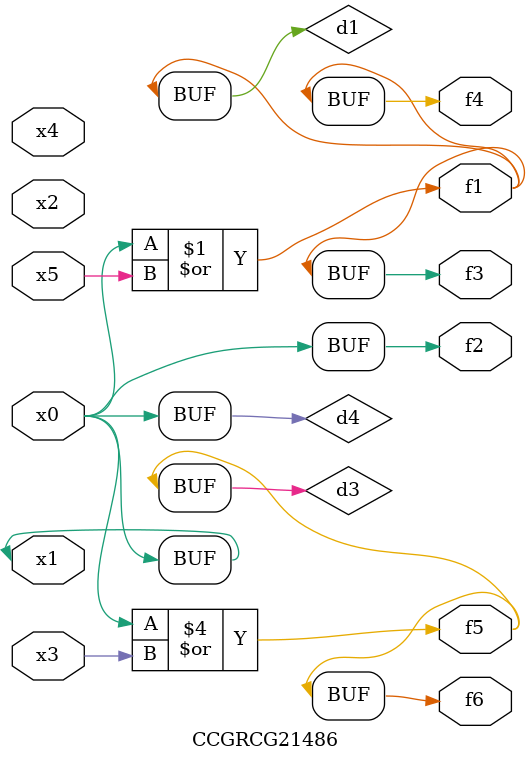
<source format=v>
module CCGRCG21486(
	input x0, x1, x2, x3, x4, x5,
	output f1, f2, f3, f4, f5, f6
);

	wire d1, d2, d3, d4;

	or (d1, x0, x5);
	xnor (d2, x1, x4);
	or (d3, x0, x3);
	buf (d4, x0, x1);
	assign f1 = d1;
	assign f2 = d4;
	assign f3 = d1;
	assign f4 = d1;
	assign f5 = d3;
	assign f6 = d3;
endmodule

</source>
